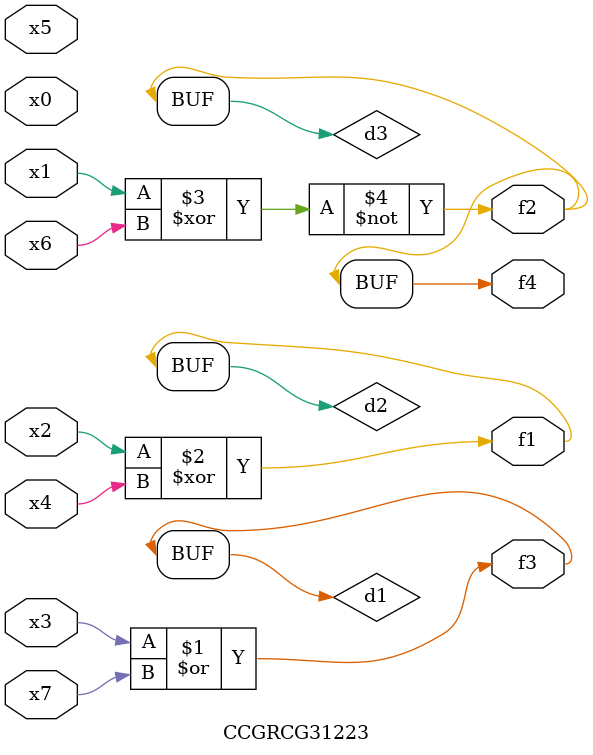
<source format=v>
module CCGRCG31223(
	input x0, x1, x2, x3, x4, x5, x6, x7,
	output f1, f2, f3, f4
);

	wire d1, d2, d3;

	or (d1, x3, x7);
	xor (d2, x2, x4);
	xnor (d3, x1, x6);
	assign f1 = d2;
	assign f2 = d3;
	assign f3 = d1;
	assign f4 = d3;
endmodule

</source>
